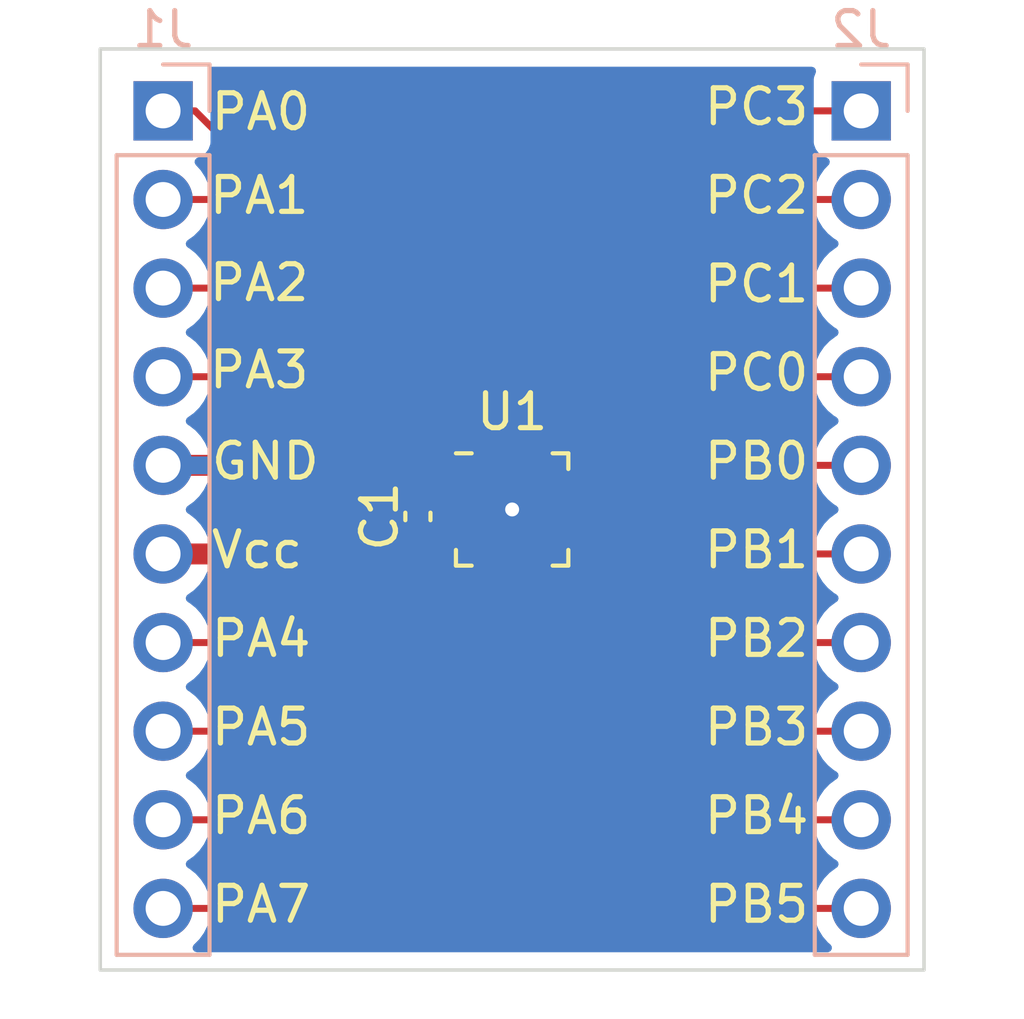
<source format=kicad_pcb>
(kicad_pcb (version 20211014) (generator pcbnew)
  (layers (0 "F.Cu" signal) (31 "B.Cu" signal) (34 "B.Paste" user) (35 "F.Paste" user) (36 "B.SilkS" user "B.Silkscreen") (37 "F.SilkS" user "F.Silkscreen") (38 "B.Mask" user) (39 "F.Mask" user) (44 "Edge.Cuts" user))
  (net 0 "")
  (net 1 "GND")
  (net 2 "VCC")
  (net 3 "PA2")
  (net 4 "PA3")
  (net 5 "PA0")
  (net 6 "PA1")
  (net 7 "PA4")
  (net 8 "PA5")
  (net 9 "PA6")
  (net 10 "PA7")
  (net 11 "PB5")
  (net 12 "PB4")
  (net 13 "PB3")
  (net 14 "PB2")
  (net 15 "PB1")
  (net 16 "PB0")
  (net 17 "PC0")
  (net 18 "PC1")
  (net 19 "PC2")
  (net 20 "PC3")
  (footprint "Package_DFN_QFN:VQFN-20-1EP_3x3mm_P0.4mm_EP1.7x1.7mm" (layer "F.Cu") (at 107.5 120)
    (fp_text reference "U1" (at 0 -2.8) (layer "F.SilkS"))
    (fp_text value "ATtiny1616-M")
    (fp_line (start -1.16 -1.61) (end -1.61 -1.61) (layer "F.SilkS") (width 0.12))
    (fp_line (start -1.61 1.61) (end -1.61 1.16) (layer "F.SilkS") (width 0.12))
    (fp_line (start 1.61 -1.61) (end 1.61 -1.16) (layer "F.SilkS") (width 0.12))
    (fp_line (start 1.16 -1.61) (end 1.61 -1.61) (layer "F.SilkS") (width 0.12))
    (fp_line (start -1.16 1.61) (end -1.61 1.61) (layer "F.SilkS") (width 0.12))
    (fp_line (start 1.16 1.61) (end 1.61 1.61) (layer "F.SilkS") (width 0.12))
    (fp_line (start 1.61 1.61) (end 1.61 1.16) (layer "F.SilkS") (width 0.12))
    (pad "1" smd custom (at -1.45 -0.8) (size 0.143431 0.143431) (layers "F.Cu" "F.Paste" "F.Mask") (net 3 "PA2") (options (clearance outline) (anchor circle)) (primitives (gr_poly (pts (xy 0.35 0.000711) (xy 0.35 0.05) (xy -0.35 0.05) (xy -0.35 -0.05) (xy 0.299289 -0.05)) (width 0.1) (fill yes))))
    (pad "2" smd roundrect (at -1.45 -0.4) (size 0.8 0.2) (layers "F.Cu" "F.Paste" "F.Mask") (net 4 "PA3"))
    (pad "3" smd roundrect (at -1.45 0) (size 0.8 0.2) (layers "F.Cu" "F.Paste" "F.Mask") (net 1 "GND"))
    (pad "4" smd roundrect (at -1.45 0.4) (size 0.8 0.2) (layers "F.Cu" "F.Paste" "F.Mask") (net 2 "VCC"))
    (pad "5" smd custom (at -1.45 0.8) (size 0.143431 0.143431) (layers "F.Cu" "F.Paste" "F.Mask") (net 7 "PA4") (options (clearance outline) (anchor circle)) (primitives (gr_poly (pts (xy 0.35 -0.000711) (xy 0.299289 0.05) (xy -0.35 0.05) (xy -0.35 -0.05) (xy 0.35 -0.05)) (width 0.1) (fill yes))))
    (pad "6" smd custom (at -0.8 1.45) (size 0.143431 0.143431) (layers "F.Cu" "F.Paste" "F.Mask") (net 8 "PA5") (options (clearance outline) (anchor circle)) (primitives (gr_poly (pts (xy 0.05 0.35) (xy -0.05 0.35) (xy -0.05 -0.299289) (xy 0.000711 -0.35) (xy 0.05 -0.35)) (width 0.1) (fill yes))))
    (pad "7" smd roundrect (at -0.4 1.45) (size 0.2 0.8) (layers "F.Cu" "F.Paste" "F.Mask") (net 9 "PA6"))
    (pad "8" smd roundrect (at 0 1.45) (size 0.2 0.8) (layers "F.Cu" "F.Paste" "F.Mask") (net 10 "PA7"))
    (pad "9" smd roundrect (at 0.4 1.45) (size 0.2 0.8) (layers "F.Cu" "F.Paste" "F.Mask") (net 11 "PB5"))
    (pad "10" smd custom (at 0.8 1.45) (size 0.143431 0.143431) (layers "F.Cu" "F.Paste" "F.Mask") (net 12 "PB4") (options (clearance outline) (anchor circle)) (primitives (gr_poly (pts (xy 0.05 -0.299289) (xy 0.05 0.35) (xy -0.05 0.35) (xy -0.05 -0.35) (xy -0.000711 -0.35)) (width 0.1) (fill yes))))
    (pad "11" smd custom (at 1.45 0.8) (size 0.143431 0.143431) (layers "F.Cu" "F.Paste" "F.Mask") (net 13 "PB3") (options (clearance outline) (anchor circle)) (primitives (gr_poly (pts (xy 0.35 0.05) (xy -0.299289 0.05) (xy -0.35 -0.000711) (xy -0.35 -0.05) (xy 0.35 -0.05)) (width 0.1) (fill yes))))
    (pad "12" smd roundrect (at 1.45 0.4) (size 0.8 0.2) (layers "F.Cu" "F.Paste" "F.Mask") (net 14 "PB2"))
    (pad "13" smd roundrect (at 1.45 0) (size 0.8 0.2) (layers "F.Cu" "F.Paste" "F.Mask") (net 15 "PB1"))
    (pad "14" smd roundrect (at 1.45 -0.4) (size 0.8 0.2) (layers "F.Cu" "F.Paste" "F.Mask") (net 16 "PB0"))
    (pad "15" smd custom (at 1.45 -0.8) (size 0.143431 0.143431) (layers "F.Cu" "F.Paste" "F.Mask") (net 17 "PC0") (options (clearance outline) (anchor circle)) (primitives (gr_poly (pts (xy 0.35 0.05) (xy -0.35 0.05) (xy -0.35 0.000711) (xy -0.299289 -0.05) (xy 0.35 -0.05)) (width 0.1) (fill yes))))
    (pad "16" smd custom (at 0.8 -1.45) (size 0.143431 0.143431) (layers "F.Cu" "F.Paste" "F.Mask") (net 18 "PC1") (options (clearance outline) (anchor circle)) (primitives (gr_poly (pts (xy 0.05 0.299289) (xy -0.000711 0.35) (xy -0.05 0.35) (xy -0.05 -0.35) (xy 0.05 -0.35)) (width 0.1) (fill yes))))
    (pad "17" smd roundrect (at 0.4 -1.45) (size 0.2 0.8) (layers "F.Cu" "F.Paste" "F.Mask") (net 19 "PC2"))
    (pad "18" smd roundrect (at 0 -1.45) (size 0.2 0.8) (layers "F.Cu" "F.Paste" "F.Mask") (net 20 "PC3"))
    (pad "19" smd roundrect (at -0.4 -1.45) (size 0.2 0.8) (layers "F.Cu" "F.Paste" "F.Mask") (net 5 "PA0"))
    (pad "20" smd custom (at -0.8 -1.45) (size 0.143431 0.143431) (layers "F.Cu" "F.Paste" "F.Mask") (net 6 "PA1") (options (clearance outline) (anchor circle)) (primitives (gr_poly (pts (xy 0.05 0.35) (xy 0.000711 0.35) (xy -0.05 0.299289) (xy -0.05 -0.35) (xy 0.05 -0.35)) (width 0.1) (fill yes))))
    (pad "21" smd rect (at 0 0) (size 1.7 1.7) (layers "F.Cu" "F.Mask") (net 1 "GND"))
  )
  (footprint "Capacitor_SMD:C_0402_1005Metric" (layer "F.Cu") (at 104.8 120.2 -90)
    (fp_text reference "C1" (at 0 1.1 90) (layer "F.SilkS"))
    (fp_text value "220nF")
    (fp_line (start -0.107836 -0.36) (end 0.107836 -0.36) (layer "F.SilkS") (width 0.12))
    (fp_line (start -0.107836 0.36) (end 0.107836 0.36) (layer "F.SilkS") (width 0.12))
    (pad "1" smd roundrect (at -0.48 0 270) (size 0.56 0.62) (layers "F.Cu" "F.Paste" "F.Mask") (net 1 "GND"))
    (pad "2" smd roundrect (at 0.48 0 270) (size 0.56 0.62) (layers "F.Cu" "F.Paste" "F.Mask") (net 2 "VCC"))
  )
  (footprint "Connector_PinHeader_2.54mm:PinHeader_1x10_P2.54mm_Vertical" (layer "B.Cu") (at 117.5 108.575 180)
    (fp_text reference "J2" (at 0 2.33) (layer "B.SilkS") (effects (justify mirror)))
    (fp_text value "Conn_01x10")
    (fp_line (start -1.33 0) (end -1.33 1.33) (layer "B.SilkS") (width 0.12))
    (fp_line (start -1.33 -1.27) (end -1.33 -24.19) (layer "B.SilkS") (width 0.12))
    (fp_line (start 1.33 -1.27) (end 1.33 -24.19) (layer "B.SilkS") (width 0.12))
    (fp_line (start -1.33 -1.27) (end 1.33 -1.27) (layer "B.SilkS") (width 0.12))
    (fp_line (start -1.33 1.33) (end 0 1.33) (layer "B.SilkS") (width 0.12))
    (fp_line (start -1.33 -24.19) (end 1.33 -24.19) (layer "B.SilkS") (width 0.12))
    (pad "1" thru_hole rect (at 0 0 180) (size 1.7 1.7) (drill 1) (layers *.Cu *.Mask) (net 20 "PC3"))
    (pad "2" thru_hole oval (at 0 -2.54 180) (size 1.7 1.7) (drill 1) (layers *.Cu *.Mask) (net 19 "PC2"))
    (pad "3" thru_hole oval (at 0 -5.08 180) (size 1.7 1.7) (drill 1) (layers *.Cu *.Mask) (net 18 "PC1"))
    (pad "4" thru_hole oval (at 0 -7.62 180) (size 1.7 1.7) (drill 1) (layers *.Cu *.Mask) (net 17 "PC0"))
    (pad "5" thru_hole oval (at 0 -10.16 180) (size 1.7 1.7) (drill 1) (layers *.Cu *.Mask) (net 16 "PB0"))
    (pad "6" thru_hole oval (at 0 -12.7 180) (size 1.7 1.7) (drill 1) (layers *.Cu *.Mask) (net 15 "PB1"))
    (pad "7" thru_hole oval (at 0 -15.24 180) (size 1.7 1.7) (drill 1) (layers *.Cu *.Mask) (net 14 "PB2"))
    (pad "8" thru_hole oval (at 0 -17.78 180) (size 1.7 1.7) (drill 1) (layers *.Cu *.Mask) (net 13 "PB3"))
    (pad "9" thru_hole oval (at 0 -20.32 180) (size 1.7 1.7) (drill 1) (layers *.Cu *.Mask) (net 12 "PB4"))
    (pad "10" thru_hole oval (at 0 -22.86 180) (size 1.7 1.7) (drill 1) (layers *.Cu *.Mask) (net 11 "PB5"))
  )
  (footprint "Connector_PinHeader_2.54mm:PinHeader_1x10_P2.54mm_Vertical" (layer "B.Cu") (at 97.5 108.575 180)
    (fp_text reference "J1" (at 0 2.33) (layer "B.SilkS") (effects (justify mirror)))
    (fp_text value "Conn_01x10")
    (fp_line (start -1.33 -1.27) (end 1.33 -1.27) (layer "B.SilkS") (width 0.12))
    (fp_line (start -1.33 0) (end -1.33 1.33) (layer "B.SilkS") (width 0.12))
    (fp_line (start -1.33 -1.27) (end -1.33 -24.19) (layer "B.SilkS") (width 0.12))
    (fp_line (start -1.33 -24.19) (end 1.33 -24.19) (layer "B.SilkS") (width 0.12))
    (fp_line (start 1.33 -1.27) (end 1.33 -24.19) (layer "B.SilkS") (width 0.12))
    (fp_line (start -1.33 1.33) (end 0 1.33) (layer "B.SilkS") (width 0.12))
    (pad "1" thru_hole rect (at 0 0 180) (size 1.7 1.7) (drill 1) (layers *.Cu *.Mask) (net 5 "PA0"))
    (pad "2" thru_hole oval (at 0 -2.54 180) (size 1.7 1.7) (drill 1) (layers *.Cu *.Mask) (net 6 "PA1"))
    (pad "3" thru_hole oval (at 0 -5.08 180) (size 1.7 1.7) (drill 1) (layers *.Cu *.Mask) (net 3 "PA2"))
    (pad "4" thru_hole oval (at 0 -7.62 180) (size 1.7 1.7) (drill 1) (layers *.Cu *.Mask) (net 4 "PA3"))
    (pad "5" thru_hole oval (at 0 -10.16 180) (size 1.7 1.7) (drill 1) (layers *.Cu *.Mask) (net 1 "GND"))
    (pad "6" thru_hole oval (at 0 -12.7 180) (size 1.7 1.7) (drill 1) (layers *.Cu *.Mask) (net 2 "VCC"))
    (pad "7" thru_hole oval (at 0 -15.24 180) (size 1.7 1.7) (drill 1) (layers *.Cu *.Mask) (net 7 "PA4"))
    (pad "8" thru_hole oval (at 0 -17.78 180) (size 1.7 1.7) (drill 1) (layers *.Cu *.Mask) (net 8 "PA5"))
    (pad "9" thru_hole oval (at 0 -20.32 180) (size 1.7 1.7) (drill 1) (layers *.Cu *.Mask) (net 9 "PA6"))
    (pad "10" thru_hole oval (at 0 -22.86 180) (size 1.7 1.7) (drill 1) (layers *.Cu *.Mask) (net 10 "PA7"))
  )
  (gr_rect (start 95.7 106.8) (end 119.3 133.2) (layer "Edge.Cuts") (width 0.1) (fill none))
  (gr_text "PA6" (at 98.806 128.778) (layer "F.SilkS") (effects (font (size 1 1)) (justify left)))
  (gr_text "PC0" (at 116.078 116.078) (layer "F.SilkS") (effects (font (size 1 1)) (justify right)))
  (gr_text "PB3" (at 116.078 126.238) (layer "F.SilkS") (effects (font (size 1 1)) (justify right)))
  (gr_text "Vcc" (at 98.806 121.158) (layer "F.SilkS") (effects (font (size 1 1)) (justify left)))
  (gr_text "PA1" (at 98.75 111) (layer "F.SilkS") (effects (font (size 1 1)) (justify left)))
  (gr_text "PB1" (at 116.078 121.158) (layer "F.SilkS") (effects (font (size 1 1)) (justify right)))
  (gr_text "PC2" (at 116.078 110.998) (layer "F.SilkS") (effects (font (size 1 1)) (justify right)))
  (gr_text "PB5" (at 116.078 131.318) (layer "F.SilkS") (effects (font (size 1 1)) (justify right)))
  (gr_text "PB4" (at 116.078 128.778) (layer "F.SilkS") (effects (font (size 1 1)) (justify right)))
  (gr_text "PA0" (at 98.8 108.6) (layer "F.SilkS") (effects (font (size 1 1)) (justify left)))
  (gr_text "PB0" (at 116.078 118.618) (layer "F.SilkS") (effects (font (size 1 1)) (justify right)))
  (gr_text "PA4" (at 98.806 123.698) (layer "F.SilkS") (effects (font (size 1 1)) (justify left)))
  (gr_text "PA5" (at 98.806 126.238) (layer "F.SilkS") (effects (font (size 1 1)) (justify left)))
  (gr_text "PB2" (at 116.078 123.698) (layer "F.SilkS") (effects (font (size 1 1)) (justify right)))
  (gr_text "PC3" (at 116.078 108.458) (layer "F.SilkS") (effects (font (size 1 1)) (justify right)))
  (gr_text "GND" (at 98.806 118.618) (layer "F.SilkS") (effects (font (size 1 1)) (justify left)))
  (gr_text "PA7" (at 98.806 131.318) (layer "F.SilkS") (effects (font (size 1 1)) (justify left)))
  (gr_text "PA2" (at 98.75 113.5) (layer "F.SilkS") (effects (font (size 1 1)) (justify left)))
  (gr_text "PA3" (at 98.75 116) (layer "F.SilkS") (effects (font (size 1 1)) (justify left)))
  (gr_text "PC1" (at 116.078 113.538) (layer "F.SilkS") (effects (font (size 1 1)) (justify right)))
  (segment (start 106.05 120) (end 105.5 120) (width 0.2) (layer "F.Cu") (net 1))
  (segment (start 103.632 119.38) (end 103.972 119.72) (width 0.6) (layer "F.Cu") (net 1))
  (segment (start 103.972 119.72) (end 104.8 119.72) (width 0.6) (layer "F.Cu") (net 1))
  (segment (start 100.076 119.38) (end 103.632 119.38) (width 0.6) (layer "F.Cu") (net 1))
  (segment (start 99.431 118.735) (end 100.076 119.38) (width 0.6) (layer "F.Cu") (net 1))
  (segment (start 106.05 120) (end 107.5 120) (width 0.2) (layer "F.Cu") (net 1))
  (segment (start 97.5 118.735) (end 99.431 118.735) (width 0.6) (layer "F.Cu") (net 1))
  (segment (start 105.5 120) (end 105.22 119.72) (width 0.2) (layer "F.Cu") (net 1))
  (segment (start 105.22 119.72) (end 104.8 119.72) (width 0.2) (layer "F.Cu") (net 1))
  (via (at 107.5 120) (size 0.8) (drill 0.4) (layers "F.Cu" "B.Cu") (net 1))
  (segment (start 97.5 121.275) (end 103.025 121.275) (width 0.6) (layer "F.Cu") (net 2))
  (segment (start 105.32 120.68) (end 104.8 120.68) (width 0.2) (layer "F.Cu") (net 2))
  (segment (start 105.6 120.4) (end 105.32 120.68) (width 0.2) (layer "F.Cu") (net 2))
  (segment (start 103.62 120.68) (end 104.8 120.68) (width 0.6) (layer "F.Cu") (net 2))
  (segment (start 103.025 121.275) (end 103.62 120.68) (width 0.6) (layer "F.Cu") (net 2))
  (segment (start 106.05 120.4) (end 105.6 120.4) (width 0.2) (layer "F.Cu") (net 2))
  (segment (start 105.7 119.2) (end 100.155 113.655) (width 0.2) (layer "F.Cu") (net 3))
  (segment (start 100.155 113.655) (end 97.5 113.655) (width 0.2) (layer "F.Cu") (net 3))
  (segment (start 106.05 119.2) (end 105.7 119.2) (width 0.2) (layer "F.Cu") (net 3))
  (segment (start 106.05 119.6) (end 105.6 119.6) (width 0.2) (layer "F.Cu") (net 4))
  (segment (start 99.095 116.195) (end 97.5 116.195) (width 0.2) (layer "F.Cu") (net 4))
  (segment (start 104.5 118.5) (end 101.4 118.5) (width 0.2) (layer "F.Cu") (net 4))
  (segment (start 105.6 119.6) (end 104.5 118.5) (width 0.2) (layer "F.Cu") (net 4))
  (segment (start 101.4 118.5) (end 99.095 116.195) (width 0.2) (layer "F.Cu") (net 4))
  (segment (start 97.5 108.575) (end 98.415 108.575) (width 0.2) (layer "F.Cu") (net 5))
  (segment (start 107.1 117.26) (end 107.1 118.55) (width 0.2) (layer "F.Cu") (net 5))
  (segment (start 98.415 108.575) (end 107.1 117.26) (width 0.2) (layer "F.Cu") (net 5))
  (segment (start 99.715 111.115) (end 97.5 111.115) (width 0.2) (layer "F.Cu") (net 6))
  (segment (start 106.7 118.55) (end 106.7 118.1) (width 0.2) (layer "F.Cu") (net 6))
  (segment (start 106.7 118.1) (end 99.715 111.115) (width 0.2) (layer "F.Cu") (net 6))
  (segment (start 102.685 123.815) (end 97.5 123.815) (width 0.2) (layer "F.Cu") (net 7))
  (segment (start 105.7 120.8) (end 102.685 123.815) (width 0.2) (layer "F.Cu") (net 7))
  (segment (start 106.05 120.8) (end 105.7 120.8) (width 0.2) (layer "F.Cu") (net 7))
  (segment (start 97.5 126.355) (end 102.445 126.355) (width 0.2) (layer "F.Cu") (net 8))
  (segment (start 106.7 122.1) (end 106.7 121.45) (width 0.2) (layer "F.Cu") (net 8))
  (segment (start 102.445 126.355) (end 106.7 122.1) (width 0.2) (layer "F.Cu") (net 8))
  (segment (start 107.1 123.3) (end 107.1 121.45) (width 0.2) (layer "F.Cu") (net 9))
  (segment (start 101.505 128.895) (end 107.1 123.3) (width 0.2) (layer "F.Cu") (net 9))
  (segment (start 97.5 128.895) (end 101.505 128.895) (width 0.2) (layer "F.Cu") (net 9))
  (segment (start 107.5 124.4) (end 107.5 121.45) (width 0.2) (layer "F.Cu") (net 10))
  (segment (start 100.465 131.435) (end 107.5 124.4) (width 0.2) (layer "F.Cu") (net 10))
  (segment (start 97.5 131.435) (end 100.465 131.435) (width 0.2) (layer "F.Cu") (net 10))
  (segment (start 107.9 121.45) (end 107.9 123.14) (width 0.2) (layer "F.Cu") (net 11))
  (segment (start 107.9 123.14) (end 116.195 131.435) (width 0.2) (layer "F.Cu") (net 11))
  (segment (start 116.195 131.435) (end 117.5 131.435) (width 0.2) (layer "F.Cu") (net 11))
  (segment (start 115.095 128.895) (end 117.5 128.895) (width 0.2) (layer "F.Cu") (net 12))
  (segment (start 108.3 121.45) (end 108.3 122.1) (width 0.2) (layer "F.Cu") (net 12))
  (segment (start 108.3 122.1) (end 115.095 128.895) (width 0.2) (layer "F.Cu") (net 12))
  (segment (start 109.7 120.8) (end 108.95 120.8) (width 0.2) (layer "F.Cu") (net 13))
  (segment (start 117.5 126.355) (end 115.255 126.355) (width 0.2) (layer "F.Cu") (net 13))
  (segment (start 115.255 126.355) (end 109.7 120.8) (width 0.2) (layer "F.Cu") (net 13))
  (segment (start 113.915 123.815) (end 117.5 123.815) (width 0.2) (layer "F.Cu") (net 14))
  (segment (start 110.5 120.4) (end 113.915 123.815) (width 0.2) (layer "F.Cu") (net 14))
  (segment (start 108.95 120.4) (end 110.5 120.4) (width 0.2) (layer "F.Cu") (net 14))
  (segment (start 112.3 120) (end 108.95 120) (width 0.2) (layer "F.Cu") (net 15))
  (segment (start 113.575 121.275) (end 112.3 120) (width 0.2) (layer "F.Cu") (net 15))
  (segment (start 117.5 121.275) (end 113.575 121.275) (width 0.2) (layer "F.Cu") (net 15))
  (segment (start 110.6 119.6) (end 111.465 118.735) (width 0.2) (layer "F.Cu") (net 16))
  (segment (start 111.465 118.735) (end 117.5 118.735) (width 0.2) (layer "F.Cu") (net 16))
  (segment (start 108.95 119.6) (end 110.6 119.6) (width 0.2) (layer "F.Cu") (net 16))
  (segment (start 112.805 116.195) (end 117.5 116.195) (width 0.2) (layer "F.Cu") (net 17))
  (segment (start 109.8 119.2) (end 112.805 116.195) (width 0.2) (layer "F.Cu") (net 17))
  (segment (start 108.95 119.2) (end 109.8 119.2) (width 0.2) (layer "F.Cu") (net 17))
  (segment (start 112.245 113.655) (end 117.5 113.655) (width 0.2) (layer "F.Cu") (net 18))
  (segment (start 108.3 117.6) (end 112.245 113.655) (width 0.2) (layer "F.Cu") (net 18))
  (segment (start 108.3 118.55) (end 108.3 117.6) (width 0.2) (layer "F.Cu") (net 18))
  (segment (start 107.9 116.89) (end 113.675 111.115) (width 0.2) (layer "F.Cu") (net 19))
  (segment (start 113.675 111.115) (end 117.5 111.115) (width 0.2) (layer "F.Cu") (net 19))
  (segment (start 107.9 118.55) (end 107.9 116.89) (width 0.2) (layer "F.Cu") (net 19))
  (segment (start 107.5 118.55) (end 107.5 113) (width 0.2) (layer "F.Cu") (net 20))
  (segment (start 107.5 113) (end 111.925 108.575) (width 0.2) (layer "F.Cu") (net 20))
  (segment (start 111.925 108.575) (end 117.5 108.575) (width 0.2) (layer "F.Cu") (net 20))
  (zone (net 1) (net_name "GND") (layer "B.Cu") (connect_pads (clearance 0.508)) (min_thickness 0.254) (fill yes (thermal_gap 0.508) (thermal_bridge_width 0.508))
    (polygon (pts (xy 120.1 133.7) (xy 95.1 134) (xy 95.6 106.7) (xy 120 105.9)))
  )
)
</source>
